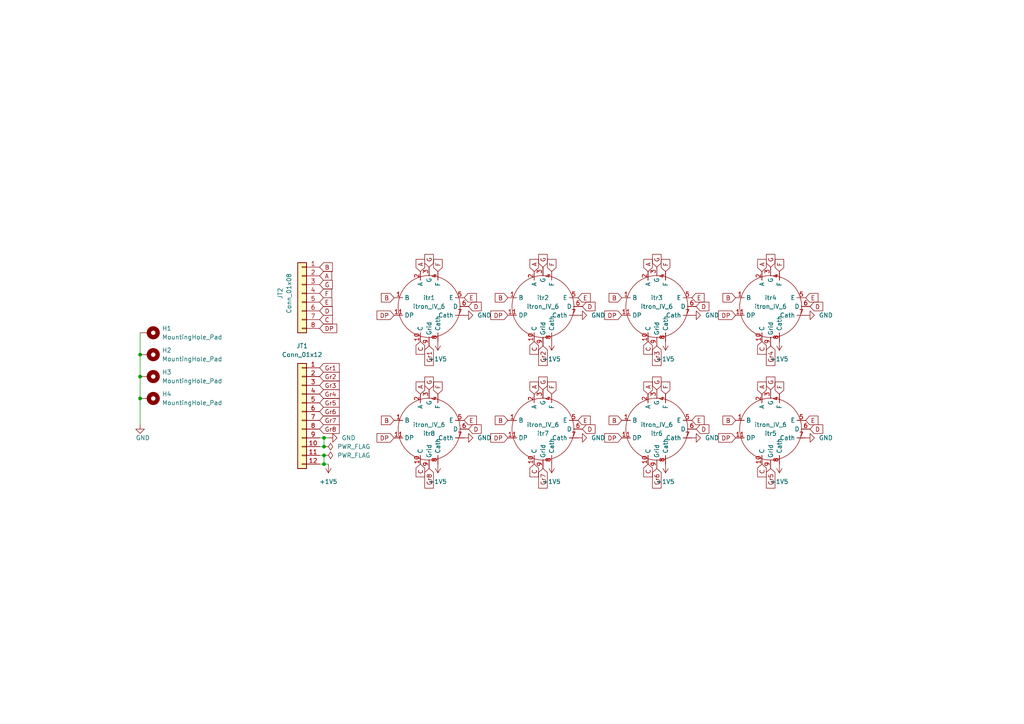
<source format=kicad_sch>
(kicad_sch (version 20211123) (generator eeschema)
  (paper "A4")
  (title_block (title "Divergence Meter - logic board") (date "2022") (company "Made by Toohka / Okarisu"))
  (lib_symbols
    (symbol "+1V5_1" (power) (pin_names (offset 0))
      (property "Value" "+1V5_1" (at 0 3.556 0))
      (symbol "+1V5_1_0_1"
        (polyline (pts (xy -0.762 1.27) (xy 0 2.54)))
        (polyline (pts (xy 0 0) (xy 0 2.54)))
        (polyline (pts (xy 0 2.54) (xy 0.762 1.27)))
      )
      (symbol "+1V5_1_1_1"
        (pin power_in line (at 0 0 90) (length 0) hide (name "+1V5") (number "1"))
      )
    )
    (symbol "Connector_Generic:Conn_01x08" (pin_names (offset 1.016) hide)
      (property "Reference" "J" (at 0 10.16 0))
      (property "Value" "Conn_01x08" (at 0 -12.7 0))
      (symbol "Conn_01x08_1_1"
        (rectangle (start -1.27 -10.033) (end 0 -10.287) (stroke (width 0.1524)))
        (rectangle (start -1.27 -7.493) (end 0 -7.747) (stroke (width 0.1524)))
        (rectangle (start -1.27 -4.953) (end 0 -5.207) (stroke (width 0.1524)))
        (rectangle (start -1.27 -2.413) (end 0 -2.667) (stroke (width 0.1524)))
        (rectangle (start -1.27 0.127) (end 0 -0.127) (stroke (width 0.1524)))
        (rectangle (start -1.27 2.667) (end 0 2.413) (stroke (width 0.1524)))
        (rectangle (start -1.27 5.207) (end 0 4.953) (stroke (width 0.1524)))
        (rectangle (start -1.27 7.747) (end 0 7.493) (stroke (width 0.1524)))
        (rectangle (start -1.27 8.89) (end 1.27 -11.43) (stroke (width 0.254)) (fill (type background)))
        (pin passive line (at -5.08 7.62 0) (length 3.81) (name "Pin_1") (number "1"))
        (pin passive line (at -5.08 5.08 0) (length 3.81) (name "Pin_2") (number "2"))
        (pin passive line (at -5.08 2.54 0) (length 3.81) (name "Pin_3") (number "3"))
        (pin passive line (at -5.08 0 0) (length 3.81) (name "Pin_4") (number "4"))
        (pin passive line (at -5.08 -2.54 0) (length 3.81) (name "Pin_5") (number "5"))
        (pin passive line (at -5.08 -5.08 0) (length 3.81) (name "Pin_6") (number "6"))
        (pin passive line (at -5.08 -7.62 0) (length 3.81) (name "Pin_7") (number "7"))
        (pin passive line (at -5.08 -10.16 0) (length 3.81) (name "Pin_8") (number "8"))
      )
    )
    (symbol "Connector_Generic:Conn_01x12" (pin_names (offset 1.016) hide)
      (property "Reference" "J" (at 0 15.24 0))
      (property "Value" "Conn_01x12" (at 0 -17.78 0))
      (symbol "Conn_01x12_1_1"
        (rectangle (start -1.27 -15.113) (end 0 -15.367) (stroke (width 0.1524)))
        (rectangle (start -1.27 -12.573) (end 0 -12.827) (stroke (width 0.1524)))
        (rectangle (start -1.27 -10.033) (end 0 -10.287) (stroke (width 0.1524)))
        (rectangle (start -1.27 -7.493) (end 0 -7.747) (stroke (width 0.1524)))
        (rectangle (start -1.27 -4.953) (end 0 -5.207) (stroke (width 0.1524)))
        (rectangle (start -1.27 -2.413) (end 0 -2.667) (stroke (width 0.1524)))
        (rectangle (start -1.27 0.127) (end 0 -0.127) (stroke (width 0.1524)))
        (rectangle (start -1.27 2.667) (end 0 2.413) (stroke (width 0.1524)))
        (rectangle (start -1.27 5.207) (end 0 4.953) (stroke (width 0.1524)))
        (rectangle (start -1.27 7.747) (end 0 7.493) (stroke (width 0.1524)))
        (rectangle (start -1.27 10.287) (end 0 10.033) (stroke (width 0.1524)))
        (rectangle (start -1.27 12.827) (end 0 12.573) (stroke (width 0.1524)))
        (rectangle (start -1.27 13.97) (end 1.27 -16.51) (stroke (width 0.254)) (fill (type background)))
        (pin passive line (at -5.08 12.7 0) (length 3.81) (name "Pin_1") (number "1"))
        (pin passive line (at -5.08 -10.16 0) (length 3.81) (name "Pin_10") (number "10"))
        (pin passive line (at -5.08 -12.7 0) (length 3.81) (name "Pin_11") (number "11"))
        (pin passive line (at -5.08 -15.24 0) (length 3.81) (name "Pin_12") (number "12"))
        (pin passive line (at -5.08 10.16 0) (length 3.81) (name "Pin_2") (number "2"))
        (pin passive line (at -5.08 7.62 0) (length 3.81) (name "Pin_3") (number "3"))
        (pin passive line (at -5.08 5.08 0) (length 3.81) (name "Pin_4") (number "4"))
        (pin passive line (at -5.08 2.54 0) (length 3.81) (name "Pin_5") (number "5"))
        (pin passive line (at -5.08 0 0) (length 3.81) (name "Pin_6") (number "6"))
        (pin passive line (at -5.08 -2.54 0) (length 3.81) (name "Pin_7") (number "7"))
        (pin passive line (at -5.08 -5.08 0) (length 3.81) (name "Pin_8") (number "8"))
        (pin passive line (at -5.08 -7.62 0) (length 3.81) (name "Pin_9") (number "9"))
      )
    )
    (symbol "GND_1" (power) (pin_names (offset 0))
      (property "Value" "GND_1" (at 0 -3.81 0))
      (symbol "GND_1_0_1"
        (polyline (pts (xy 0 0) (xy 0 -1.27) (xy 1.27 -1.27) (xy 0 -2.54) (xy -1.27 -1.27) (xy 0 -1.27)))
      )
      (symbol "GND_1_1_1"
        (pin power_in line (at 0 0 270) (length 0) hide (name "GND") (number "1"))
      )
    )
    (symbol "Mechanical:MountingHole_Pad" (pin_numbers hide) (pin_names (offset 1.016) hide)
      (property "Reference" "H" (at 0 6.35 0))
      (property "Value" "MountingHole_Pad" (at 0 4.445 0))
      (symbol "MountingHole_Pad_0_1"
        (circle (center 0 1.27) (radius 1.27) (stroke (width 1.27)))
      )
      (symbol "MountingHole_Pad_1_1"
        (pin input line (at 0 -2.54 90) (length 2.54) (name "1") (number "1"))
      )
    )
    (symbol "itron_iv_6:itron_IV_6"
      (property "Reference" "itr" (at 0 0 0))
      (property "Value" "itron_IV_6" (at -10.16 -5.08 0))
      (symbol "itron_IV_6_0_1"
        (circle (center 0 -13.97) (radius 8.9803))
      )
      (symbol "itron_IV_6_1_1"
        (pin input line (at -10.16 -11.43 0) (length 2.54) (name "B") (number "1"))
        (pin input line (at -2.54 -24.13 90) (length 2.54) (name "C") (number "10"))
        (pin input line (at -10.16 -16.51 0) (length 2.54) (name "DP") (number "11"))
        (pin input line (at -2.54 -3.81 270) (length 2.54) (name "A") (number "2"))
        (pin input line (at 0 -2.54 270) (length 2.54) (name "G") (number "3"))
        (pin input line (at 2.54 -3.81 270) (length 2.54) (name "F") (number "4"))
        (pin input line (at 10.16 -11.43 180) (length 2.54) (name "E") (number "5"))
        (pin input line (at 11.43 -13.97 180) (length 2.54) (name "D") (number "6"))
        (pin input line (at 10.16 -16.51 180) (length 2.54) (name "Cath") (number "7"))
        (pin input line (at 2.54 -24.13 90) (length 2.54) (name "Cath") (number "8"))
        (pin input line (at 0 -25.4 90) (length 2.54) (name "Grid") (number "9"))
      )
    )
    (symbol "power:+1V5" (power) (pin_names (offset 0))
      (property "Value" "+1V5" (at 0 3.556 0))
      (symbol "+1V5_0_1"
        (polyline (pts (xy -0.762 1.27) (xy 0 2.54)))
        (polyline (pts (xy 0 0) (xy 0 2.54)))
        (polyline (pts (xy 0 2.54) (xy 0.762 1.27)))
      )
      (symbol "+1V5_1_1"
        (pin power_in line (at 0 0 90) (length 0) hide (name "+1V5") (number "1"))
      )
    )
    (symbol "power:GND" (power) (pin_names (offset 0))
      (property "Value" "GND" (at 0 -3.81 0))
      (symbol "GND_0_1"
        (polyline (pts (xy 0 0) (xy 0 -1.27) (xy 1.27 -1.27) (xy 0 -2.54) (xy -1.27 -1.27) (xy 0 -1.27)))
      )
      (symbol "GND_1_1"
        (pin power_in line (at 0 0 270) (length 0) hide (name "GND") (number "1"))
      )
    )
    (symbol "power:PWR_FLAG" (power) (pin_numbers hide) (pin_names (offset 0) hide)
      (property "Value" "PWR_FLAG" (at 0 3.81 0))
      (symbol "PWR_FLAG_0_0"
        (pin power_out line (at 0 0 90) (length 0) (name "pwr") (number "1"))
      )
      (symbol "PWR_FLAG_0_1"
        (polyline (pts (xy 0 0) (xy 0 1.27) (xy -1.016 1.905) (xy 0 2.54) (xy 1.016 1.905) (xy 0 1.27)))
      )
    )
  )
  (junction (at 40.64 102.87))
  (junction (at 93.98 132.08))
  (junction (at 40.64 115.57))
  (junction (at 93.98 134.62))
  (junction (at 93.98 127))
  (junction (at 93.98 129.54))
  (junction (at 40.64 109.22))
  (wire (pts (xy 40.64 115.57) (xy 40.64 123.19)))
  (wire (pts (xy 40.64 102.87) (xy 40.64 109.22)))
  (wire (pts (xy 40.64 109.22) (xy 40.64 115.57)))
  (wire (pts (xy 93.98 134.62) (xy 95.25 134.62)))
  (wire (pts (xy 92.71 127) (xy 93.98 127)))
  (wire (pts (xy 40.64 96.52) (xy 40.64 102.87)))
  (wire (pts (xy 93.98 132.08) (xy 93.98 134.62)))
  (wire (pts (xy 93.98 127) (xy 95.25 127)))
  (wire (pts (xy 92.71 132.08) (xy 93.98 132.08)))
  (wire (pts (xy 92.71 129.54) (xy 93.98 129.54)))
  (wire (pts (xy 92.71 134.62) (xy 93.98 134.62)))
  (wire (pts (xy 93.98 129.54) (xy 93.98 127)))
  (global_label "G" (shape input) (at 157.48 77.47 90) (property "Intersheet References" "${INTERSHEET_REFS}" (effects hide)))
  (global_label "A" (shape input) (at 187.96 78.74 90) (property "Intersheet References" "${INTERSHEET_REFS}" (effects hide)))
  (global_label "Gr4" (shape input) (at 92.71 114.3 0) (property "Intersheet References" "${INTERSHEET_REFS}" (effects hide)))
  (global_label "B" (shape input) (at 147.32 121.92 180) (property "Intersheet References" "${INTERSHEET_REFS}" (effects hide)))
  (global_label "G" (shape input) (at 124.46 113.03 90) (property "Intersheet References" "${INTERSHEET_REFS}" (effects hide)))
  (global_label "A" (shape input) (at 154.94 78.74 90) (property "Intersheet References" "${INTERSHEET_REFS}" (effects hide)))
  (global_label "C" (shape input) (at 187.96 134.62 270) (property "Intersheet References" "${INTERSHEET_REFS}" (effects hide)))
  (global_label "F" (shape input) (at 92.71 85.09 0) (property "Intersheet References" "${INTERSHEET_REFS}" (effects hide)))
  (global_label "B" (shape input) (at 180.34 86.36 180) (property "Intersheet References" "${INTERSHEET_REFS}" (effects hide)))
  (global_label "F" (shape input) (at 127 114.3 90) (property "Intersheet References" "${INTERSHEET_REFS}" (effects hide)))
  (global_label "C" (shape input) (at 187.96 99.06 270) (property "Intersheet References" "${INTERSHEET_REFS}" (effects hide)))
  (global_label "F" (shape input) (at 226.06 78.74 90) (property "Intersheet References" "${INTERSHEET_REFS}" (effects hide)))
  (global_label "Gr2" (shape input) (at 92.71 109.22 0) (property "Intersheet References" "${INTERSHEET_REFS}" (effects hide)))
  (global_label "Gr3" (shape input) (at 190.5 100.33 270) (property "Intersheet References" "${INTERSHEET_REFS}" (effects hide)))
  (global_label "B" (shape input) (at 213.36 86.36 180) (property "Intersheet References" "${INTERSHEET_REFS}" (effects hide)))
  (global_label "G" (shape input) (at 223.52 77.47 90) (property "Intersheet References" "${INTERSHEET_REFS}" (effects hide)))
  (global_label "Gr5" (shape input) (at 223.52 135.89 270) (property "Intersheet References" "${INTERSHEET_REFS}" (effects hide)))
  (global_label "D" (shape input) (at 201.93 124.46 0) (property "Intersheet References" "${INTERSHEET_REFS}" (effects hide)))
  (global_label "D" (shape input) (at 234.95 88.9 0) (property "Intersheet References" "${INTERSHEET_REFS}" (effects hide)))
  (global_label "D" (shape input) (at 201.93 88.9 0) (property "Intersheet References" "${INTERSHEET_REFS}" (effects hide)))
  (global_label "E" (shape input) (at 92.71 87.63 0) (property "Intersheet References" "${INTERSHEET_REFS}" (effects hide)))
  (global_label "C" (shape input) (at 220.98 99.06 270) (property "Intersheet References" "${INTERSHEET_REFS}" (effects hide)))
  (global_label "Gr3" (shape input) (at 92.71 111.76 0) (property "Intersheet References" "${INTERSHEET_REFS}" (effects hide)))
  (global_label "E" (shape input) (at 167.64 86.36 0) (property "Intersheet References" "${INTERSHEET_REFS}" (effects hide)))
  (global_label "E" (shape input) (at 134.62 86.36 0) (property "Intersheet References" "${INTERSHEET_REFS}" (effects hide)))
  (global_label "C" (shape input) (at 92.71 92.71 0) (property "Intersheet References" "${INTERSHEET_REFS}" (effects hide)))
  (global_label "F" (shape input) (at 226.06 114.3 90) (property "Intersheet References" "${INTERSHEET_REFS}" (effects hide)))
  (global_label "DP" (shape input) (at 114.3 91.44 180) (property "Intersheet References" "${INTERSHEET_REFS}" (effects hide)))
  (global_label "G" (shape input) (at 190.5 113.03 90) (property "Intersheet References" "${INTERSHEET_REFS}" (effects hide)))
  (global_label "B" (shape input) (at 213.36 121.92 180) (property "Intersheet References" "${INTERSHEET_REFS}" (effects hide)))
  (global_label "DP" (shape input) (at 180.34 127 180) (property "Intersheet References" "${INTERSHEET_REFS}" (effects hide)))
  (global_label "Gr7" (shape input) (at 157.48 135.89 270) (property "Intersheet References" "${INTERSHEET_REFS}" (effects hide)))
  (global_label "E" (shape input) (at 134.62 121.92 0) (property "Intersheet References" "${INTERSHEET_REFS}" (effects hide)))
  (global_label "Gr5" (shape input) (at 92.71 116.84 0) (property "Intersheet References" "${INTERSHEET_REFS}" (effects hide)))
  (global_label "E" (shape input) (at 167.64 121.92 0) (property "Intersheet References" "${INTERSHEET_REFS}" (effects hide)))
  (global_label "Gr6" (shape input) (at 92.71 119.38 0) (property "Intersheet References" "${INTERSHEET_REFS}" (effects hide)))
  (global_label "E" (shape input) (at 200.66 86.36 0) (property "Intersheet References" "${INTERSHEET_REFS}" (effects hide)))
  (global_label "F" (shape input) (at 193.04 114.3 90) (property "Intersheet References" "${INTERSHEET_REFS}" (effects hide)))
  (global_label "A" (shape input) (at 121.92 114.3 90) (property "Intersheet References" "${INTERSHEET_REFS}" (effects hide)))
  (global_label "D" (shape input) (at 234.95 124.46 0) (property "Intersheet References" "${INTERSHEET_REFS}" (effects hide)))
  (global_label "Gr7" (shape input) (at 92.71 121.92 0) (property "Intersheet References" "${INTERSHEET_REFS}" (effects hide)))
  (global_label "B" (shape input) (at 114.3 86.36 180) (property "Intersheet References" "${INTERSHEET_REFS}" (effects hide)))
  (global_label "Gr2" (shape input) (at 157.48 100.33 270) (property "Intersheet References" "${INTERSHEET_REFS}" (effects hide)))
  (global_label "Gr6" (shape input) (at 190.5 135.89 270) (property "Intersheet References" "${INTERSHEET_REFS}" (effects hide)))
  (global_label "G" (shape input) (at 124.46 77.47 90) (property "Intersheet References" "${INTERSHEET_REFS}" (effects hide)))
  (global_label "D" (shape input) (at 168.91 88.9 0) (property "Intersheet References" "${INTERSHEET_REFS}" (effects hide)))
  (global_label "A" (shape input) (at 187.96 114.3 90) (property "Intersheet References" "${INTERSHEET_REFS}" (effects hide)))
  (global_label "Gr8" (shape input) (at 92.71 124.46 0) (property "Intersheet References" "${INTERSHEET_REFS}" (effects hide)))
  (global_label "A" (shape input) (at 154.94 114.3 90) (property "Intersheet References" "${INTERSHEET_REFS}" (effects hide)))
  (global_label "E" (shape input) (at 233.68 86.36 0) (property "Intersheet References" "${INTERSHEET_REFS}" (effects hide)))
  (global_label "C" (shape input) (at 220.98 134.62 270) (property "Intersheet References" "${INTERSHEET_REFS}" (effects hide)))
  (global_label "A" (shape input) (at 92.71 80.01 0) (property "Intersheet References" "${INTERSHEET_REFS}" (effects hide)))
  (global_label "A" (shape input) (at 220.98 78.74 90) (property "Intersheet References" "${INTERSHEET_REFS}" (effects hide)))
  (global_label "F" (shape input) (at 160.02 114.3 90) (property "Intersheet References" "${INTERSHEET_REFS}" (effects hide)))
  (global_label "B" (shape input) (at 92.71 77.47 0) (property "Intersheet References" "${INTERSHEET_REFS}" (effects hide)))
  (global_label "D" (shape input) (at 92.71 90.17 0) (property "Intersheet References" "${INTERSHEET_REFS}" (effects hide)))
  (global_label "G" (shape input) (at 92.71 82.55 0) (property "Intersheet References" "${INTERSHEET_REFS}" (effects hide)))
  (global_label "DP" (shape input) (at 147.32 127 180) (property "Intersheet References" "${INTERSHEET_REFS}" (effects hide)))
  (global_label "Gr4" (shape input) (at 223.52 100.33 270) (property "Intersheet References" "${INTERSHEET_REFS}" (effects hide)))
  (global_label "B" (shape input) (at 114.3 121.92 180) (property "Intersheet References" "${INTERSHEET_REFS}" (effects hide)))
  (global_label "DP" (shape input) (at 92.71 95.25 0) (property "Intersheet References" "${INTERSHEET_REFS}" (effects hide)))
  (global_label "F" (shape input) (at 160.02 78.74 90) (property "Intersheet References" "${INTERSHEET_REFS}" (effects hide)))
  (global_label "F" (shape input) (at 127 78.74 90) (property "Intersheet References" "${INTERSHEET_REFS}" (effects hide)))
  (global_label "DP" (shape input) (at 180.34 91.44 180) (property "Intersheet References" "${INTERSHEET_REFS}" (effects hide)))
  (global_label "C" (shape input) (at 121.92 134.62 270) (property "Intersheet References" "${INTERSHEET_REFS}" (effects hide)))
  (global_label "E" (shape input) (at 200.66 121.92 0) (property "Intersheet References" "${INTERSHEET_REFS}" (effects hide)))
  (global_label "DP" (shape input) (at 213.36 127 180) (property "Intersheet References" "${INTERSHEET_REFS}" (effects hide)))
  (global_label "D" (shape input) (at 135.89 88.9 0) (property "Intersheet References" "${INTERSHEET_REFS}" (effects hide)))
  (global_label "DP" (shape input) (at 114.3 127 180) (property "Intersheet References" "${INTERSHEET_REFS}" (effects hide)))
  (global_label "E" (shape input) (at 233.68 121.92 0) (property "Intersheet References" "${INTERSHEET_REFS}" (effects hide)))
  (global_label "DP" (shape input) (at 213.36 91.44 180) (property "Intersheet References" "${INTERSHEET_REFS}" (effects hide)))
  (global_label "Gr1" (shape input) (at 124.46 100.33 270) (property "Intersheet References" "${INTERSHEET_REFS}" (effects hide)))
  (global_label "G" (shape input) (at 223.52 113.03 90) (property "Intersheet References" "${INTERSHEET_REFS}" (effects hide)))
  (global_label "A" (shape input) (at 121.92 78.74 90) (property "Intersheet References" "${INTERSHEET_REFS}" (effects hide)))
  (global_label "D" (shape input) (at 168.91 124.46 0) (property "Intersheet References" "${INTERSHEET_REFS}" (effects hide)))
  (global_label "Gr1" (shape input) (at 92.71 106.68 0) (property "Intersheet References" "${INTERSHEET_REFS}" (effects hide)))
  (global_label "B" (shape input) (at 147.32 86.36 180) (property "Intersheet References" "${INTERSHEET_REFS}" (effects hide)))
  (global_label "G" (shape input) (at 157.48 113.03 90) (property "Intersheet References" "${INTERSHEET_REFS}" (effects hide)))
  (global_label "A" (shape input) (at 220.98 114.3 90) (property "Intersheet References" "${INTERSHEET_REFS}" (effects hide)))
  (global_label "C" (shape input) (at 121.92 99.06 270) (property "Intersheet References" "${INTERSHEET_REFS}" (effects hide)))
  (global_label "G" (shape input) (at 190.5 77.47 90) (property "Intersheet References" "${INTERSHEET_REFS}" (effects hide)))
  (global_label "F" (shape input) (at 193.04 78.74 90) (property "Intersheet References" "${INTERSHEET_REFS}" (effects hide)))
  (global_label "C" (shape input) (at 154.94 134.62 270) (property "Intersheet References" "${INTERSHEET_REFS}" (effects hide)))
  (global_label "C" (shape input) (at 154.94 99.06 270) (property "Intersheet References" "${INTERSHEET_REFS}" (effects hide)))
  (global_label "D" (shape input) (at 135.89 124.46 0) (property "Intersheet References" "${INTERSHEET_REFS}" (effects hide)))
  (global_label "DP" (shape input) (at 147.32 91.44 180) (property "Intersheet References" "${INTERSHEET_REFS}" (effects hide)))
  (global_label "B" (shape input) (at 180.34 121.92 180) (property "Intersheet References" "${INTERSHEET_REFS}" (effects hide)))
  (global_label "Gr8" (shape input) (at 124.46 135.89 270) (property "Intersheet References" "${INTERSHEET_REFS}" (effects hide)))
  (symbol (lib_id "power:+1V5") (at 95.25 134.62 180) (unit 1)
    (property "Reference" "#PWR0104" (effects hide))
    (property "Value" "+1V5" (at 95.25 139.7 0))
  )
  (symbol (lib_id "itron_iv_6:itron_IV_6") (at 124.46 74.93 0) (unit 1)
    (property "Reference" "itr1" (at 124.46 86.36 0))
    (property "Value" "itron_IV_6" (at 124.46 88.9 0))
    (property "Footprint" "Itron:itron_IV_6" (effects hide))
  )
  (symbol (lib_id "itron_iv_6:itron_IV_6") (at 190.5 110.49 0) (unit 1)
    (property "Reference" "itr6" (at 190.5 125.73 0))
    (property "Value" "itron_IV_6" (at 190.5 123.19 0))
    (property "Footprint" "Itron:itron_IV_6" (effects hide))
  )
  (symbol (lib_id "power:GND") (at 40.64 123.19 0) (unit 1)
    (property "Reference" "#PWR0105" (effects hide))
    (property "Value" "GND" (at 39.37 127 0) (effects (justify left)))
  )
  (symbol (lib_name "+1V5_1") (lib_id "power:+1V5") (at 226.06 99.06 180) (unit 1)
    (property "Reference" "#PWR0115" (effects hide))
    (property "Value" "+1V5" (at 226.06 104.14 0))
  )
  (symbol (lib_id "Mechanical:MountingHole_Pad") (at 43.18 115.57 270) (unit 1)
    (property "Reference" "H4" (at 46.99 114.2999 90) (effects (justify left)))
    (property "Value" "MountingHole_Pad" (at 46.99 116.8399 90) (effects (justify left)))
    (property "Footprint" "MountingHole:MountingHole_3.5mm_Pad_Via" (effects hide))
  )
  (symbol (lib_id "power:PWR_FLAG") (at 93.98 129.54 270) (unit 1)
    (property "Reference" "#FLG0102" (effects hide))
    (property "Value" "PWR_FLAG" (at 97.79 129.5399 90) (effects (justify left)))
  )
  (symbol (lib_name "GND_1") (lib_id "power:GND") (at 233.68 127 90) (unit 1)
    (property "Reference" "#PWR0119" (effects hide))
    (property "Value" "GND" (at 237.49 126.9999 90) (effects (justify right)))
  )
  (symbol (lib_id "power:PWR_FLAG") (at 93.98 132.08 270) (unit 1)
    (property "Reference" "#FLG0101" (effects hide))
    (property "Value" "PWR_FLAG" (at 97.79 132.0799 90) (effects (justify left)))
  )
  (symbol (lib_name "GND_1") (lib_id "power:GND") (at 167.64 127 90) (unit 1)
    (property "Reference" "#PWR0111" (effects hide))
    (property "Value" "GND" (at 171.45 126.9999 90) (effects (justify right)))
  )
  (symbol (lib_id "itron_iv_6:itron_IV_6") (at 223.52 74.93 0) (unit 1)
    (property "Reference" "itr4" (at 223.52 86.36 0))
    (property "Value" "itron_IV_6" (at 223.52 88.9 0))
    (property "Footprint" "Itron:itron_IV_6" (effects hide))
  )
  (symbol (lib_name "+1V5_1") (lib_id "power:+1V5") (at 127 134.62 180) (unit 1)
    (property "Reference" "#PWR0106" (effects hide))
    (property "Value" "+1V5" (at 127 139.7 0))
  )
  (symbol (lib_name "+1V5_1") (lib_id "power:+1V5") (at 226.06 134.62 180) (unit 1)
    (property "Reference" "#PWR0118" (effects hide))
    (property "Value" "+1V5" (at 226.06 139.7 0))
  )
  (symbol (lib_name "+1V5_1") (lib_id "power:+1V5") (at 193.04 99.06 180) (unit 1)
    (property "Reference" "#PWR0112" (effects hide))
    (property "Value" "+1V5" (at 193.04 104.14 0))
  )
  (symbol (lib_id "itron_iv_6:itron_IV_6") (at 124.46 110.49 0) (unit 1)
    (property "Reference" "itr8" (at 124.46 125.73 0))
    (property "Value" "itron_IV_6" (at 124.46 123.19 0))
    (property "Footprint" "Itron:itron_IV_6" (effects hide))
  )
  (symbol (lib_name "+1V5_1") (lib_id "power:+1V5") (at 160.02 134.62 180) (unit 1)
    (property "Reference" "#PWR0101" (effects hide))
    (property "Value" "+1V5" (at 160.02 139.7 0))
  )
  (symbol (lib_name "+1V5_1") (lib_id "power:+1V5") (at 160.02 99.06 180) (unit 1)
    (property "Reference" "#PWR0109" (effects hide))
    (property "Value" "+1V5" (at 160.02 104.14 0))
  )
  (symbol (lib_name "+1V5_1") (lib_id "power:+1V5") (at 193.04 134.62 180) (unit 1)
    (property "Reference" "#PWR0117" (effects hide))
    (property "Value" "+1V5" (at 193.04 139.7 0))
  )
  (symbol (lib_name "GND_1") (lib_id "power:GND") (at 167.64 91.44 90) (unit 1)
    (property "Reference" "#PWR0110" (effects hide))
    (property "Value" "GND" (at 171.45 91.4399 90) (effects (justify right)))
  )
  (symbol (lib_name "GND_1") (lib_id "power:GND") (at 200.66 127 90) (unit 1)
    (property "Reference" "#PWR0114" (effects hide))
    (property "Value" "GND" (at 204.47 126.9999 90) (effects (justify right)))
  )
  (symbol (lib_id "Mechanical:MountingHole_Pad") (at 43.18 102.87 270) (unit 1)
    (property "Reference" "H2" (at 46.99 101.5999 90) (effects (justify left)))
    (property "Value" "MountingHole_Pad" (at 46.99 104.1399 90) (effects (justify left)))
    (property "Footprint" "MountingHole:MountingHole_3.5mm_Pad_Via" (effects hide))
  )
  (symbol (lib_name "GND_1") (lib_id "power:GND") (at 134.62 91.44 90) (unit 1)
    (property "Reference" "#PWR0107" (effects hide))
    (property "Value" "GND" (at 138.43 91.4399 90) (effects (justify right)))
  )
  (symbol (lib_id "power:GND") (at 95.25 127 90) (unit 1)
    (property "Reference" "#PWR0103" (effects hide))
    (property "Value" "GND" (at 99.06 126.9999 90) (effects (justify right)))
  )
  (symbol (lib_id "itron_iv_6:itron_IV_6") (at 223.52 110.49 0) (unit 1)
    (property "Reference" "itr5" (at 223.52 125.73 0))
    (property "Value" "itron_IV_6" (at 223.52 123.19 0))
    (property "Footprint" "Itron:itron_IV_6" (effects hide))
  )
  (symbol (lib_name "GND_1") (lib_id "power:GND") (at 134.62 127 90) (unit 1)
    (property "Reference" "#PWR0102" (effects hide))
    (property "Value" "GND" (at 138.43 126.9999 90) (effects (justify right)))
  )
  (symbol (lib_id "Mechanical:MountingHole_Pad") (at 43.18 96.52 270) (unit 1)
    (property "Reference" "H1" (at 46.99 95.2499 90) (effects (justify left)))
    (property "Value" "MountingHole_Pad" (at 46.99 97.7899 90) (effects (justify left)))
    (property "Footprint" "MountingHole:MountingHole_3.5mm_Pad_Via" (effects hide))
  )
  (symbol (lib_name "+1V5_1") (lib_id "power:+1V5") (at 127 99.06 180) (unit 1)
    (property "Reference" "#PWR0108" (effects hide))
    (property "Value" "+1V5" (at 127 104.14 0))
  )
  (symbol (lib_id "Connector_Generic:Conn_01x08") (at 87.63 85.09 0) (mirror y) (unit 1)
    (property "Reference" "JT2" (at 81.28 85.09 90))
    (property "Value" "Conn_01x08" (at 83.82 85.09 90))
    (property "Footprint" "Connector_PinHeader_2.54mm:PinHeader_1x08_P2.54mm_Vertical" (effects hide))
  )
  (symbol (lib_name "GND_1") (lib_id "power:GND") (at 200.66 91.44 90) (unit 1)
    (property "Reference" "#PWR0113" (effects hide))
    (property "Value" "GND" (at 204.47 91.4399 90) (effects (justify right)))
  )
  (symbol (lib_id "itron_iv_6:itron_IV_6") (at 157.48 74.93 0) (unit 1)
    (property "Reference" "itr2" (at 157.48 86.36 0))
    (property "Value" "itron_IV_6" (at 157.48 88.9 0))
    (property "Footprint" "Itron:itron_IV_6" (effects hide))
  )
  (symbol (lib_name "GND_1") (lib_id "power:GND") (at 233.68 91.44 90) (unit 1)
    (property "Reference" "#PWR0116" (effects hide))
    (property "Value" "GND" (at 237.49 91.4399 90) (effects (justify right)))
  )
  (symbol (lib_id "itron_iv_6:itron_IV_6") (at 190.5 74.93 0) (unit 1)
    (property "Reference" "itr3" (at 190.5 86.36 0))
    (property "Value" "itron_IV_6" (at 190.5 88.9 0))
    (property "Footprint" "Itron:itron_IV_6" (effects hide))
  )
  (symbol (lib_id "Connector_Generic:Conn_01x12") (at 87.63 119.38 0) (mirror y) (unit 1)
    (property "Reference" "JT1" (at 87.63 100.33 0))
    (property "Value" "Conn_01x12" (at 87.63 102.87 0))
    (property "Footprint" "Connector_PinHeader_2.54mm:PinHeader_1x12_P2.54mm_Vertical" (effects hide))
  )
  (symbol (lib_id "itron_iv_6:itron_IV_6") (at 157.48 110.49 0) (unit 1)
    (property "Reference" "itr7" (at 157.48 125.73 0))
    (property "Value" "itron_IV_6" (at 157.48 123.19 0))
    (property "Footprint" "Itron:itron_IV_6" (effects hide))
  )
  (symbol (lib_id "Mechanical:MountingHole_Pad") (at 43.18 109.22 270) (unit 1)
    (property "Reference" "H3" (at 46.99 107.9499 90) (effects (justify left)))
    (property "Value" "MountingHole_Pad" (at 46.99 110.4899 90) (effects (justify left)))
    (property "Footprint" "MountingHole:MountingHole_3.5mm_Pad_Via" (effects hide))
  )
)
</source>
